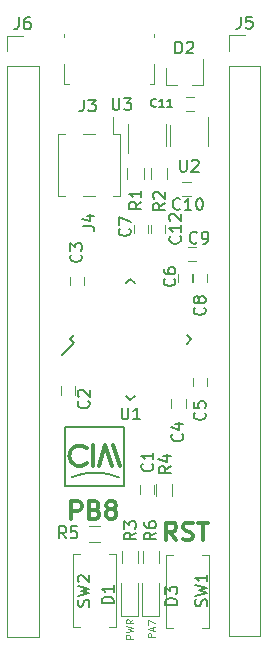
<source format=gto>
%TF.GenerationSoftware,KiCad,Pcbnew,no-vcs-found-d00fc99~60~ubuntu16.04.1*%
%TF.CreationDate,2017-10-03T23:38:07-03:00*%
%TF.ProjectId,efm32-board,65666D33322D626F6172642E6B696361,rev?*%
%TF.SameCoordinates,Original*%
%TF.FileFunction,Legend,Top*%
%TF.FilePolarity,Positive*%
%FSLAX46Y46*%
G04 Gerber Fmt 4.6, Leading zero omitted, Abs format (unit mm)*
G04 Created by KiCad (PCBNEW no-vcs-found-d00fc99~60~ubuntu16.04.1) date Tue Oct  3 23:38:07 2017*
%MOMM*%
%LPD*%
G01*
G04 APERTURE LIST*
%ADD10C,0.150000*%
%ADD11C,0.300000*%
%ADD12C,0.125000*%
%ADD13C,0.120000*%
G04 APERTURE END LIST*
D10*
X121880212Y-107883006D02*
G75*
G02X125908000Y-107905000I1987788J-4791994D01*
G01*
D11*
X125408000Y-105175000D02*
X125948000Y-106965000D01*
X124748000Y-105185000D02*
X125288000Y-106975000D01*
X124748000Y-105185000D02*
X124208000Y-106965000D01*
X123728000Y-105185000D02*
X123728000Y-106965000D01*
X123188000Y-106699010D02*
G75*
G02X123188000Y-105445000I-627005J627005D01*
G01*
D10*
X121310000Y-108630000D02*
X121310000Y-103630000D01*
X126310000Y-108630000D02*
X121310000Y-108630000D01*
X126310000Y-103630000D02*
X126310000Y-108630000D01*
X121310000Y-103630000D02*
X126310000Y-103630000D01*
D12*
X127089428Y-121555000D02*
X126489428Y-121555000D01*
X126489428Y-121326428D01*
X126518000Y-121269285D01*
X126546571Y-121240714D01*
X126603714Y-121212142D01*
X126689428Y-121212142D01*
X126746571Y-121240714D01*
X126775142Y-121269285D01*
X126803714Y-121326428D01*
X126803714Y-121555000D01*
X126489428Y-121012142D02*
X127089428Y-120869285D01*
X126660857Y-120755000D01*
X127089428Y-120640714D01*
X126489428Y-120497857D01*
X127089428Y-119926428D02*
X126803714Y-120126428D01*
X127089428Y-120269285D02*
X126489428Y-120269285D01*
X126489428Y-120040714D01*
X126518000Y-119983571D01*
X126546571Y-119955000D01*
X126603714Y-119926428D01*
X126689428Y-119926428D01*
X126746571Y-119955000D01*
X126775142Y-119983571D01*
X126803714Y-120040714D01*
X126803714Y-120269285D01*
X128929428Y-121455000D02*
X128329428Y-121455000D01*
X128329428Y-121226428D01*
X128358000Y-121169285D01*
X128386571Y-121140714D01*
X128443714Y-121112142D01*
X128529428Y-121112142D01*
X128586571Y-121140714D01*
X128615142Y-121169285D01*
X128643714Y-121226428D01*
X128643714Y-121455000D01*
X128758000Y-120883571D02*
X128758000Y-120597857D01*
X128929428Y-120940714D02*
X128329428Y-120740714D01*
X128929428Y-120540714D01*
X128329428Y-120397857D02*
X128329428Y-119997857D01*
X128929428Y-120255000D01*
D11*
X130736571Y-113223571D02*
X130236571Y-112509285D01*
X129879428Y-113223571D02*
X129879428Y-111723571D01*
X130450857Y-111723571D01*
X130593714Y-111795000D01*
X130665142Y-111866428D01*
X130736571Y-112009285D01*
X130736571Y-112223571D01*
X130665142Y-112366428D01*
X130593714Y-112437857D01*
X130450857Y-112509285D01*
X129879428Y-112509285D01*
X131308000Y-113152142D02*
X131522285Y-113223571D01*
X131879428Y-113223571D01*
X132022285Y-113152142D01*
X132093714Y-113080714D01*
X132165142Y-112937857D01*
X132165142Y-112795000D01*
X132093714Y-112652142D01*
X132022285Y-112580714D01*
X131879428Y-112509285D01*
X131593714Y-112437857D01*
X131450857Y-112366428D01*
X131379428Y-112295000D01*
X131308000Y-112152142D01*
X131308000Y-112009285D01*
X131379428Y-111866428D01*
X131450857Y-111795000D01*
X131593714Y-111723571D01*
X131950857Y-111723571D01*
X132165142Y-111795000D01*
X132593714Y-111723571D02*
X133450857Y-111723571D01*
X133022285Y-113223571D02*
X133022285Y-111723571D01*
X121870857Y-111433571D02*
X121870857Y-109933571D01*
X122442285Y-109933571D01*
X122585142Y-110005000D01*
X122656571Y-110076428D01*
X122728000Y-110219285D01*
X122728000Y-110433571D01*
X122656571Y-110576428D01*
X122585142Y-110647857D01*
X122442285Y-110719285D01*
X121870857Y-110719285D01*
X123870857Y-110647857D02*
X124085142Y-110719285D01*
X124156571Y-110790714D01*
X124228000Y-110933571D01*
X124228000Y-111147857D01*
X124156571Y-111290714D01*
X124085142Y-111362142D01*
X123942285Y-111433571D01*
X123370857Y-111433571D01*
X123370857Y-109933571D01*
X123870857Y-109933571D01*
X124013714Y-110005000D01*
X124085142Y-110076428D01*
X124156571Y-110219285D01*
X124156571Y-110362142D01*
X124085142Y-110505000D01*
X124013714Y-110576428D01*
X123870857Y-110647857D01*
X123370857Y-110647857D01*
X125085142Y-110576428D02*
X124942285Y-110505000D01*
X124870857Y-110433571D01*
X124799428Y-110290714D01*
X124799428Y-110219285D01*
X124870857Y-110076428D01*
X124942285Y-110005000D01*
X125085142Y-109933571D01*
X125370857Y-109933571D01*
X125513714Y-110005000D01*
X125585142Y-110076428D01*
X125656571Y-110219285D01*
X125656571Y-110290714D01*
X125585142Y-110433571D01*
X125513714Y-110505000D01*
X125370857Y-110576428D01*
X125085142Y-110576428D01*
X124942285Y-110647857D01*
X124870857Y-110719285D01*
X124799428Y-110862142D01*
X124799428Y-111147857D01*
X124870857Y-111290714D01*
X124942285Y-111362142D01*
X125085142Y-111433571D01*
X125370857Y-111433571D01*
X125513714Y-111362142D01*
X125585142Y-111290714D01*
X125656571Y-111147857D01*
X125656571Y-110862142D01*
X125585142Y-110719285D01*
X125513714Y-110647857D01*
X125370857Y-110576428D01*
D13*
%TO.C,J4*%
X123868000Y-84065000D02*
X122848000Y-84065000D01*
X123868000Y-78865000D02*
X122848000Y-78865000D01*
X121328000Y-84065000D02*
X120758000Y-84065000D01*
X121328000Y-78865000D02*
X120758000Y-78865000D01*
X125958000Y-84065000D02*
X125388000Y-84065000D01*
X125958000Y-78865000D02*
X125388000Y-78865000D01*
X125388000Y-77425000D02*
X125388000Y-78865000D01*
X120758000Y-78865000D02*
X120758000Y-84065000D01*
X125958000Y-78865000D02*
X125958000Y-84065000D01*
%TO.C,C7*%
X128388000Y-86545000D02*
X128388000Y-87245000D01*
X127188000Y-87245000D02*
X127188000Y-86545000D01*
%TO.C,D2*%
X129858000Y-74675000D02*
X129858000Y-73215000D01*
X133018000Y-74675000D02*
X133018000Y-72515000D01*
X133018000Y-74675000D02*
X132088000Y-74675000D01*
X129858000Y-74675000D02*
X130788000Y-74675000D01*
%TO.C,SW1*%
X133548000Y-120655000D02*
X133548000Y-114455000D01*
X129848000Y-114455000D02*
X129848000Y-120655000D01*
X129848000Y-120655000D02*
X130498000Y-120655000D01*
X132898000Y-120655000D02*
X133548000Y-120655000D01*
X133548000Y-114455000D02*
X132898000Y-114455000D01*
X129848000Y-114455000D02*
X130498000Y-114455000D01*
%TO.C,J5*%
X135208000Y-121365000D02*
X137868000Y-121365000D01*
X135208000Y-73045000D02*
X135208000Y-121365000D01*
X137868000Y-73045000D02*
X137868000Y-121365000D01*
X135208000Y-73045000D02*
X137868000Y-73045000D01*
X135208000Y-71775000D02*
X135208000Y-70445000D01*
X135208000Y-70445000D02*
X136538000Y-70445000D01*
%TO.C,U3*%
X126628000Y-78005000D02*
X126628000Y-80455000D01*
X129848000Y-79805000D02*
X129848000Y-78005000D01*
%TO.C,U2*%
X133408000Y-79825000D02*
X133408000Y-77375000D01*
X130188000Y-78025000D02*
X130188000Y-79825000D01*
%TO.C,C9*%
X132408000Y-89575000D02*
X131708000Y-89575000D01*
X131708000Y-88375000D02*
X132408000Y-88375000D01*
D10*
%TO.C,U1*%
X121731476Y-96215000D02*
X122049674Y-96533198D01*
X126858000Y-91088476D02*
X127229231Y-91459707D01*
X131984524Y-96215000D02*
X131613293Y-95843769D01*
X126858000Y-101341524D02*
X126486769Y-100970293D01*
X121731476Y-96215000D02*
X122102707Y-95843769D01*
X126858000Y-101341524D02*
X127229231Y-100970293D01*
X131984524Y-96215000D02*
X131613293Y-96586231D01*
X126858000Y-91088476D02*
X126486769Y-91459707D01*
X122049674Y-96533198D02*
X121077402Y-97505470D01*
D13*
%TO.C,C10*%
X131248000Y-82865000D02*
X131948000Y-82865000D01*
X131948000Y-84065000D02*
X131248000Y-84065000D01*
%TO.C,C11*%
X132278000Y-76895000D02*
X131578000Y-76895000D01*
X131578000Y-75695000D02*
X132278000Y-75695000D01*
%TO.C,R2*%
X128638000Y-82665000D02*
X128638000Y-81665000D01*
X129998000Y-81665000D02*
X129998000Y-82665000D01*
%TO.C,R1*%
X127968000Y-81675000D02*
X127968000Y-82675000D01*
X126608000Y-82675000D02*
X126608000Y-81675000D01*
%TO.C,C3*%
X121718000Y-91625000D02*
X121718000Y-90925000D01*
X122918000Y-90925000D02*
X122918000Y-91625000D01*
%TO.C,C2*%
X120988000Y-100905000D02*
X120988000Y-100205000D01*
X122188000Y-100205000D02*
X122188000Y-100905000D01*
%TO.C,C4*%
X130328000Y-101985000D02*
X130328000Y-101285000D01*
X131528000Y-101285000D02*
X131528000Y-101985000D01*
%TO.C,C5*%
X132148000Y-100185000D02*
X132148000Y-99485000D01*
X133348000Y-99485000D02*
X133348000Y-100185000D01*
%TO.C,C6*%
X130868000Y-91385000D02*
X130868000Y-90685000D01*
X132068000Y-90685000D02*
X132068000Y-91385000D01*
%TO.C,J3*%
X128878000Y-70325000D02*
X128878000Y-70585000D01*
X128878000Y-72865000D02*
X128878000Y-74635000D01*
X128878000Y-74635000D02*
X128498000Y-74635000D01*
X121258000Y-74635000D02*
X121258000Y-72865000D01*
X121258000Y-70585000D02*
X121258000Y-70325000D01*
X121258000Y-74635000D02*
X121638000Y-74635000D01*
%TO.C,R4*%
X130378000Y-108495000D02*
X130378000Y-109495000D01*
X129018000Y-109495000D02*
X129018000Y-108495000D01*
%TO.C,C1*%
X128898000Y-108575000D02*
X128898000Y-109275000D01*
X127698000Y-109275000D02*
X127698000Y-108575000D01*
%TO.C,C8*%
X132178000Y-91375000D02*
X132178000Y-90675000D01*
X133378000Y-90675000D02*
X133378000Y-91375000D01*
%TO.C,J6*%
X116418000Y-70495000D02*
X117748000Y-70495000D01*
X116418000Y-71825000D02*
X116418000Y-70495000D01*
X116418000Y-73095000D02*
X119078000Y-73095000D01*
X119078000Y-73095000D02*
X119078000Y-121415000D01*
X116418000Y-73095000D02*
X116418000Y-121415000D01*
X116418000Y-121415000D02*
X119078000Y-121415000D01*
%TO.C,D1*%
X126103001Y-119632500D02*
X126103001Y-116832500D01*
X127503001Y-119632500D02*
X127503001Y-116832500D01*
X126103001Y-119632500D02*
X127503001Y-119632500D01*
%TO.C,D3*%
X127873001Y-119632500D02*
X127873001Y-116832500D01*
X129273001Y-119632500D02*
X129273001Y-116832500D01*
X127873001Y-119632500D02*
X129273001Y-119632500D01*
%TO.C,R3*%
X126128000Y-115135000D02*
X126128000Y-114135000D01*
X127488000Y-114135000D02*
X127488000Y-115135000D01*
%TO.C,R5*%
X123318000Y-112025000D02*
X124318000Y-112025000D01*
X124318000Y-113385000D02*
X123318000Y-113385000D01*
%TO.C,R6*%
X127908000Y-115125000D02*
X127908000Y-114125000D01*
X129268000Y-114125000D02*
X129268000Y-115125000D01*
%TO.C,SW2*%
X125668000Y-120605000D02*
X125668000Y-114405000D01*
X121968000Y-114405000D02*
X121968000Y-120605000D01*
X121968000Y-120605000D02*
X122618000Y-120605000D01*
X125018000Y-120605000D02*
X125668000Y-120605000D01*
X125668000Y-114405000D02*
X125018000Y-114405000D01*
X121968000Y-114405000D02*
X122618000Y-114405000D01*
%TO.C,C12*%
X128588000Y-87245000D02*
X128588000Y-86545000D01*
X129788000Y-86545000D02*
X129788000Y-87245000D01*
%TO.C,J4*%
D10*
X122810380Y-86648333D02*
X123524666Y-86648333D01*
X123667523Y-86695952D01*
X123762761Y-86791190D01*
X123810380Y-86934047D01*
X123810380Y-87029285D01*
X123143714Y-85743571D02*
X123810380Y-85743571D01*
X122762761Y-85981666D02*
X123477047Y-86219761D01*
X123477047Y-85600714D01*
%TO.C,C7*%
X126775142Y-86841666D02*
X126822761Y-86889285D01*
X126870380Y-87032142D01*
X126870380Y-87127380D01*
X126822761Y-87270238D01*
X126727523Y-87365476D01*
X126632285Y-87413095D01*
X126441809Y-87460714D01*
X126298952Y-87460714D01*
X126108476Y-87413095D01*
X126013238Y-87365476D01*
X125918000Y-87270238D01*
X125870380Y-87127380D01*
X125870380Y-87032142D01*
X125918000Y-86889285D01*
X125965619Y-86841666D01*
X125870380Y-86508333D02*
X125870380Y-85841666D01*
X126870380Y-86270238D01*
%TO.C,D2*%
X130669904Y-72007380D02*
X130669904Y-71007380D01*
X130908000Y-71007380D01*
X131050857Y-71055000D01*
X131146095Y-71150238D01*
X131193714Y-71245476D01*
X131241333Y-71435952D01*
X131241333Y-71578809D01*
X131193714Y-71769285D01*
X131146095Y-71864523D01*
X131050857Y-71959761D01*
X130908000Y-72007380D01*
X130669904Y-72007380D01*
X131622285Y-71102619D02*
X131669904Y-71055000D01*
X131765142Y-71007380D01*
X132003238Y-71007380D01*
X132098476Y-71055000D01*
X132146095Y-71102619D01*
X132193714Y-71197857D01*
X132193714Y-71293095D01*
X132146095Y-71435952D01*
X131574666Y-72007380D01*
X132193714Y-72007380D01*
%TO.C,SW1*%
X133302761Y-118808333D02*
X133350380Y-118665476D01*
X133350380Y-118427380D01*
X133302761Y-118332142D01*
X133255142Y-118284523D01*
X133159904Y-118236904D01*
X133064666Y-118236904D01*
X132969428Y-118284523D01*
X132921809Y-118332142D01*
X132874190Y-118427380D01*
X132826571Y-118617857D01*
X132778952Y-118713095D01*
X132731333Y-118760714D01*
X132636095Y-118808333D01*
X132540857Y-118808333D01*
X132445619Y-118760714D01*
X132398000Y-118713095D01*
X132350380Y-118617857D01*
X132350380Y-118379761D01*
X132398000Y-118236904D01*
X132350380Y-117903571D02*
X133350380Y-117665476D01*
X132636095Y-117475000D01*
X133350380Y-117284523D01*
X132350380Y-117046428D01*
X133350380Y-116141666D02*
X133350380Y-116713095D01*
X133350380Y-116427380D02*
X132350380Y-116427380D01*
X132493238Y-116522619D01*
X132588476Y-116617857D01*
X132636095Y-116713095D01*
%TO.C,J5*%
X136204666Y-68897380D02*
X136204666Y-69611666D01*
X136157047Y-69754523D01*
X136061809Y-69849761D01*
X135918952Y-69897380D01*
X135823714Y-69897380D01*
X137157047Y-68897380D02*
X136680857Y-68897380D01*
X136633238Y-69373571D01*
X136680857Y-69325952D01*
X136776095Y-69278333D01*
X137014190Y-69278333D01*
X137109428Y-69325952D01*
X137157047Y-69373571D01*
X137204666Y-69468809D01*
X137204666Y-69706904D01*
X137157047Y-69802142D01*
X137109428Y-69849761D01*
X137014190Y-69897380D01*
X136776095Y-69897380D01*
X136680857Y-69849761D01*
X136633238Y-69802142D01*
%TO.C,U3*%
X125356095Y-75797380D02*
X125356095Y-76606904D01*
X125403714Y-76702142D01*
X125451333Y-76749761D01*
X125546571Y-76797380D01*
X125737047Y-76797380D01*
X125832285Y-76749761D01*
X125879904Y-76702142D01*
X125927523Y-76606904D01*
X125927523Y-75797380D01*
X126308476Y-75797380D02*
X126927523Y-75797380D01*
X126594190Y-76178333D01*
X126737047Y-76178333D01*
X126832285Y-76225952D01*
X126879904Y-76273571D01*
X126927523Y-76368809D01*
X126927523Y-76606904D01*
X126879904Y-76702142D01*
X126832285Y-76749761D01*
X126737047Y-76797380D01*
X126451333Y-76797380D01*
X126356095Y-76749761D01*
X126308476Y-76702142D01*
%TO.C,U2*%
X131056095Y-81017380D02*
X131056095Y-81826904D01*
X131103714Y-81922142D01*
X131151333Y-81969761D01*
X131246571Y-82017380D01*
X131437047Y-82017380D01*
X131532285Y-81969761D01*
X131579904Y-81922142D01*
X131627523Y-81826904D01*
X131627523Y-81017380D01*
X132056095Y-81112619D02*
X132103714Y-81065000D01*
X132198952Y-81017380D01*
X132437047Y-81017380D01*
X132532285Y-81065000D01*
X132579904Y-81112619D01*
X132627523Y-81207857D01*
X132627523Y-81303095D01*
X132579904Y-81445952D01*
X132008476Y-82017380D01*
X132627523Y-82017380D01*
%TO.C,C9*%
X132501333Y-88012142D02*
X132453714Y-88059761D01*
X132310857Y-88107380D01*
X132215619Y-88107380D01*
X132072761Y-88059761D01*
X131977523Y-87964523D01*
X131929904Y-87869285D01*
X131882285Y-87678809D01*
X131882285Y-87535952D01*
X131929904Y-87345476D01*
X131977523Y-87250238D01*
X132072761Y-87155000D01*
X132215619Y-87107380D01*
X132310857Y-87107380D01*
X132453714Y-87155000D01*
X132501333Y-87202619D01*
X132977523Y-88107380D02*
X133168000Y-88107380D01*
X133263238Y-88059761D01*
X133310857Y-88012142D01*
X133406095Y-87869285D01*
X133453714Y-87678809D01*
X133453714Y-87297857D01*
X133406095Y-87202619D01*
X133358476Y-87155000D01*
X133263238Y-87107380D01*
X133072761Y-87107380D01*
X132977523Y-87155000D01*
X132929904Y-87202619D01*
X132882285Y-87297857D01*
X132882285Y-87535952D01*
X132929904Y-87631190D01*
X132977523Y-87678809D01*
X133072761Y-87726428D01*
X133263238Y-87726428D01*
X133358476Y-87678809D01*
X133406095Y-87631190D01*
X133453714Y-87535952D01*
%TO.C,U1*%
X126116095Y-101987380D02*
X126116095Y-102796904D01*
X126163714Y-102892142D01*
X126211333Y-102939761D01*
X126306571Y-102987380D01*
X126497047Y-102987380D01*
X126592285Y-102939761D01*
X126639904Y-102892142D01*
X126687523Y-102796904D01*
X126687523Y-101987380D01*
X127687523Y-102987380D02*
X127116095Y-102987380D01*
X127401809Y-102987380D02*
X127401809Y-101987380D01*
X127306571Y-102130238D01*
X127211333Y-102225476D01*
X127116095Y-102273095D01*
%TO.C,C10*%
X131075142Y-85162142D02*
X131027523Y-85209761D01*
X130884666Y-85257380D01*
X130789428Y-85257380D01*
X130646571Y-85209761D01*
X130551333Y-85114523D01*
X130503714Y-85019285D01*
X130456095Y-84828809D01*
X130456095Y-84685952D01*
X130503714Y-84495476D01*
X130551333Y-84400238D01*
X130646571Y-84305000D01*
X130789428Y-84257380D01*
X130884666Y-84257380D01*
X131027523Y-84305000D01*
X131075142Y-84352619D01*
X132027523Y-85257380D02*
X131456095Y-85257380D01*
X131741809Y-85257380D02*
X131741809Y-84257380D01*
X131646571Y-84400238D01*
X131551333Y-84495476D01*
X131456095Y-84543095D01*
X132646571Y-84257380D02*
X132741809Y-84257380D01*
X132837047Y-84305000D01*
X132884666Y-84352619D01*
X132932285Y-84447857D01*
X132979904Y-84638333D01*
X132979904Y-84876428D01*
X132932285Y-85066904D01*
X132884666Y-85162142D01*
X132837047Y-85209761D01*
X132741809Y-85257380D01*
X132646571Y-85257380D01*
X132551333Y-85209761D01*
X132503714Y-85162142D01*
X132456095Y-85066904D01*
X132408476Y-84876428D01*
X132408476Y-84638333D01*
X132456095Y-84447857D01*
X132503714Y-84352619D01*
X132551333Y-84305000D01*
X132646571Y-84257380D01*
%TO.C,C11*%
X129038000Y-76465000D02*
X129004666Y-76498333D01*
X128904666Y-76531666D01*
X128838000Y-76531666D01*
X128738000Y-76498333D01*
X128671333Y-76431666D01*
X128638000Y-76365000D01*
X128604666Y-76231666D01*
X128604666Y-76131666D01*
X128638000Y-75998333D01*
X128671333Y-75931666D01*
X128738000Y-75865000D01*
X128838000Y-75831666D01*
X128904666Y-75831666D01*
X129004666Y-75865000D01*
X129038000Y-75898333D01*
X129704666Y-76531666D02*
X129304666Y-76531666D01*
X129504666Y-76531666D02*
X129504666Y-75831666D01*
X129438000Y-75931666D01*
X129371333Y-75998333D01*
X129304666Y-76031666D01*
X130371333Y-76531666D02*
X129971333Y-76531666D01*
X130171333Y-76531666D02*
X130171333Y-75831666D01*
X130104666Y-75931666D01*
X130038000Y-75998333D01*
X129971333Y-76031666D01*
%TO.C,R2*%
X129780380Y-84681666D02*
X129304190Y-85015000D01*
X129780380Y-85253095D02*
X128780380Y-85253095D01*
X128780380Y-84872142D01*
X128828000Y-84776904D01*
X128875619Y-84729285D01*
X128970857Y-84681666D01*
X129113714Y-84681666D01*
X129208952Y-84729285D01*
X129256571Y-84776904D01*
X129304190Y-84872142D01*
X129304190Y-85253095D01*
X128875619Y-84300714D02*
X128828000Y-84253095D01*
X128780380Y-84157857D01*
X128780380Y-83919761D01*
X128828000Y-83824523D01*
X128875619Y-83776904D01*
X128970857Y-83729285D01*
X129066095Y-83729285D01*
X129208952Y-83776904D01*
X129780380Y-84348333D01*
X129780380Y-83729285D01*
%TO.C,R1*%
X127770380Y-84571666D02*
X127294190Y-84905000D01*
X127770380Y-85143095D02*
X126770380Y-85143095D01*
X126770380Y-84762142D01*
X126818000Y-84666904D01*
X126865619Y-84619285D01*
X126960857Y-84571666D01*
X127103714Y-84571666D01*
X127198952Y-84619285D01*
X127246571Y-84666904D01*
X127294190Y-84762142D01*
X127294190Y-85143095D01*
X127770380Y-83619285D02*
X127770380Y-84190714D01*
X127770380Y-83905000D02*
X126770380Y-83905000D01*
X126913238Y-84000238D01*
X127008476Y-84095476D01*
X127056095Y-84190714D01*
%TO.C,C3*%
X122655142Y-89031666D02*
X122702761Y-89079285D01*
X122750380Y-89222142D01*
X122750380Y-89317380D01*
X122702761Y-89460238D01*
X122607523Y-89555476D01*
X122512285Y-89603095D01*
X122321809Y-89650714D01*
X122178952Y-89650714D01*
X121988476Y-89603095D01*
X121893238Y-89555476D01*
X121798000Y-89460238D01*
X121750380Y-89317380D01*
X121750380Y-89222142D01*
X121798000Y-89079285D01*
X121845619Y-89031666D01*
X121750380Y-88698333D02*
X121750380Y-88079285D01*
X122131333Y-88412619D01*
X122131333Y-88269761D01*
X122178952Y-88174523D01*
X122226571Y-88126904D01*
X122321809Y-88079285D01*
X122559904Y-88079285D01*
X122655142Y-88126904D01*
X122702761Y-88174523D01*
X122750380Y-88269761D01*
X122750380Y-88555476D01*
X122702761Y-88650714D01*
X122655142Y-88698333D01*
%TO.C,C2*%
X123305142Y-101441666D02*
X123352761Y-101489285D01*
X123400380Y-101632142D01*
X123400380Y-101727380D01*
X123352761Y-101870238D01*
X123257523Y-101965476D01*
X123162285Y-102013095D01*
X122971809Y-102060714D01*
X122828952Y-102060714D01*
X122638476Y-102013095D01*
X122543238Y-101965476D01*
X122448000Y-101870238D01*
X122400380Y-101727380D01*
X122400380Y-101632142D01*
X122448000Y-101489285D01*
X122495619Y-101441666D01*
X122495619Y-101060714D02*
X122448000Y-101013095D01*
X122400380Y-100917857D01*
X122400380Y-100679761D01*
X122448000Y-100584523D01*
X122495619Y-100536904D01*
X122590857Y-100489285D01*
X122686095Y-100489285D01*
X122828952Y-100536904D01*
X123400380Y-101108333D01*
X123400380Y-100489285D01*
%TO.C,C4*%
X131235142Y-104231666D02*
X131282761Y-104279285D01*
X131330380Y-104422142D01*
X131330380Y-104517380D01*
X131282761Y-104660238D01*
X131187523Y-104755476D01*
X131092285Y-104803095D01*
X130901809Y-104850714D01*
X130758952Y-104850714D01*
X130568476Y-104803095D01*
X130473238Y-104755476D01*
X130378000Y-104660238D01*
X130330380Y-104517380D01*
X130330380Y-104422142D01*
X130378000Y-104279285D01*
X130425619Y-104231666D01*
X130663714Y-103374523D02*
X131330380Y-103374523D01*
X130282761Y-103612619D02*
X130997047Y-103850714D01*
X130997047Y-103231666D01*
%TO.C,C5*%
X133135142Y-102421666D02*
X133182761Y-102469285D01*
X133230380Y-102612142D01*
X133230380Y-102707380D01*
X133182761Y-102850238D01*
X133087523Y-102945476D01*
X132992285Y-102993095D01*
X132801809Y-103040714D01*
X132658952Y-103040714D01*
X132468476Y-102993095D01*
X132373238Y-102945476D01*
X132278000Y-102850238D01*
X132230380Y-102707380D01*
X132230380Y-102612142D01*
X132278000Y-102469285D01*
X132325619Y-102421666D01*
X132230380Y-101516904D02*
X132230380Y-101993095D01*
X132706571Y-102040714D01*
X132658952Y-101993095D01*
X132611333Y-101897857D01*
X132611333Y-101659761D01*
X132658952Y-101564523D01*
X132706571Y-101516904D01*
X132801809Y-101469285D01*
X133039904Y-101469285D01*
X133135142Y-101516904D01*
X133182761Y-101564523D01*
X133230380Y-101659761D01*
X133230380Y-101897857D01*
X133182761Y-101993095D01*
X133135142Y-102040714D01*
%TO.C,C6*%
X130575142Y-91081666D02*
X130622761Y-91129285D01*
X130670380Y-91272142D01*
X130670380Y-91367380D01*
X130622761Y-91510238D01*
X130527523Y-91605476D01*
X130432285Y-91653095D01*
X130241809Y-91700714D01*
X130098952Y-91700714D01*
X129908476Y-91653095D01*
X129813238Y-91605476D01*
X129718000Y-91510238D01*
X129670380Y-91367380D01*
X129670380Y-91272142D01*
X129718000Y-91129285D01*
X129765619Y-91081666D01*
X129670380Y-90224523D02*
X129670380Y-90415000D01*
X129718000Y-90510238D01*
X129765619Y-90557857D01*
X129908476Y-90653095D01*
X130098952Y-90700714D01*
X130479904Y-90700714D01*
X130575142Y-90653095D01*
X130622761Y-90605476D01*
X130670380Y-90510238D01*
X130670380Y-90319761D01*
X130622761Y-90224523D01*
X130575142Y-90176904D01*
X130479904Y-90129285D01*
X130241809Y-90129285D01*
X130146571Y-90176904D01*
X130098952Y-90224523D01*
X130051333Y-90319761D01*
X130051333Y-90510238D01*
X130098952Y-90605476D01*
X130146571Y-90653095D01*
X130241809Y-90700714D01*
%TO.C,J3*%
X122914666Y-75917380D02*
X122914666Y-76631666D01*
X122867047Y-76774523D01*
X122771809Y-76869761D01*
X122628952Y-76917380D01*
X122533714Y-76917380D01*
X123295619Y-75917380D02*
X123914666Y-75917380D01*
X123581333Y-76298333D01*
X123724190Y-76298333D01*
X123819428Y-76345952D01*
X123867047Y-76393571D01*
X123914666Y-76488809D01*
X123914666Y-76726904D01*
X123867047Y-76822142D01*
X123819428Y-76869761D01*
X123724190Y-76917380D01*
X123438476Y-76917380D01*
X123343238Y-76869761D01*
X123295619Y-76822142D01*
%TO.C,R4*%
X130270380Y-106941666D02*
X129794190Y-107275000D01*
X130270380Y-107513095D02*
X129270380Y-107513095D01*
X129270380Y-107132142D01*
X129318000Y-107036904D01*
X129365619Y-106989285D01*
X129460857Y-106941666D01*
X129603714Y-106941666D01*
X129698952Y-106989285D01*
X129746571Y-107036904D01*
X129794190Y-107132142D01*
X129794190Y-107513095D01*
X129603714Y-106084523D02*
X130270380Y-106084523D01*
X129222761Y-106322619D02*
X129937047Y-106560714D01*
X129937047Y-105941666D01*
%TO.C,C1*%
X128695142Y-106751666D02*
X128742761Y-106799285D01*
X128790380Y-106942142D01*
X128790380Y-107037380D01*
X128742761Y-107180238D01*
X128647523Y-107275476D01*
X128552285Y-107323095D01*
X128361809Y-107370714D01*
X128218952Y-107370714D01*
X128028476Y-107323095D01*
X127933238Y-107275476D01*
X127838000Y-107180238D01*
X127790380Y-107037380D01*
X127790380Y-106942142D01*
X127838000Y-106799285D01*
X127885619Y-106751666D01*
X128790380Y-105799285D02*
X128790380Y-106370714D01*
X128790380Y-106085000D02*
X127790380Y-106085000D01*
X127933238Y-106180238D01*
X128028476Y-106275476D01*
X128076095Y-106370714D01*
%TO.C,C8*%
X133125142Y-93531666D02*
X133172761Y-93579285D01*
X133220380Y-93722142D01*
X133220380Y-93817380D01*
X133172761Y-93960238D01*
X133077523Y-94055476D01*
X132982285Y-94103095D01*
X132791809Y-94150714D01*
X132648952Y-94150714D01*
X132458476Y-94103095D01*
X132363238Y-94055476D01*
X132268000Y-93960238D01*
X132220380Y-93817380D01*
X132220380Y-93722142D01*
X132268000Y-93579285D01*
X132315619Y-93531666D01*
X132648952Y-92960238D02*
X132601333Y-93055476D01*
X132553714Y-93103095D01*
X132458476Y-93150714D01*
X132410857Y-93150714D01*
X132315619Y-93103095D01*
X132268000Y-93055476D01*
X132220380Y-92960238D01*
X132220380Y-92769761D01*
X132268000Y-92674523D01*
X132315619Y-92626904D01*
X132410857Y-92579285D01*
X132458476Y-92579285D01*
X132553714Y-92626904D01*
X132601333Y-92674523D01*
X132648952Y-92769761D01*
X132648952Y-92960238D01*
X132696571Y-93055476D01*
X132744190Y-93103095D01*
X132839428Y-93150714D01*
X133029904Y-93150714D01*
X133125142Y-93103095D01*
X133172761Y-93055476D01*
X133220380Y-92960238D01*
X133220380Y-92769761D01*
X133172761Y-92674523D01*
X133125142Y-92626904D01*
X133029904Y-92579285D01*
X132839428Y-92579285D01*
X132744190Y-92626904D01*
X132696571Y-92674523D01*
X132648952Y-92769761D01*
%TO.C,J6*%
X117414666Y-68947380D02*
X117414666Y-69661666D01*
X117367047Y-69804523D01*
X117271809Y-69899761D01*
X117128952Y-69947380D01*
X117033714Y-69947380D01*
X118319428Y-68947380D02*
X118128952Y-68947380D01*
X118033714Y-68995000D01*
X117986095Y-69042619D01*
X117890857Y-69185476D01*
X117843238Y-69375952D01*
X117843238Y-69756904D01*
X117890857Y-69852142D01*
X117938476Y-69899761D01*
X118033714Y-69947380D01*
X118224190Y-69947380D01*
X118319428Y-69899761D01*
X118367047Y-69852142D01*
X118414666Y-69756904D01*
X118414666Y-69518809D01*
X118367047Y-69423571D01*
X118319428Y-69375952D01*
X118224190Y-69328333D01*
X118033714Y-69328333D01*
X117938476Y-69375952D01*
X117890857Y-69423571D01*
X117843238Y-69518809D01*
%TO.C,D1*%
X125430380Y-118573095D02*
X124430380Y-118573095D01*
X124430380Y-118335000D01*
X124478000Y-118192142D01*
X124573238Y-118096904D01*
X124668476Y-118049285D01*
X124858952Y-118001666D01*
X125001809Y-118001666D01*
X125192285Y-118049285D01*
X125287523Y-118096904D01*
X125382761Y-118192142D01*
X125430380Y-118335000D01*
X125430380Y-118573095D01*
X125430380Y-117049285D02*
X125430380Y-117620714D01*
X125430380Y-117335000D02*
X124430380Y-117335000D01*
X124573238Y-117430238D01*
X124668476Y-117525476D01*
X124716095Y-117620714D01*
%TO.C,D3*%
X130810380Y-118683095D02*
X129810380Y-118683095D01*
X129810380Y-118445000D01*
X129858000Y-118302142D01*
X129953238Y-118206904D01*
X130048476Y-118159285D01*
X130238952Y-118111666D01*
X130381809Y-118111666D01*
X130572285Y-118159285D01*
X130667523Y-118206904D01*
X130762761Y-118302142D01*
X130810380Y-118445000D01*
X130810380Y-118683095D01*
X129810380Y-117778333D02*
X129810380Y-117159285D01*
X130191333Y-117492619D01*
X130191333Y-117349761D01*
X130238952Y-117254523D01*
X130286571Y-117206904D01*
X130381809Y-117159285D01*
X130619904Y-117159285D01*
X130715142Y-117206904D01*
X130762761Y-117254523D01*
X130810380Y-117349761D01*
X130810380Y-117635476D01*
X130762761Y-117730714D01*
X130715142Y-117778333D01*
%TO.C,R3*%
X127330380Y-112571666D02*
X126854190Y-112905000D01*
X127330380Y-113143095D02*
X126330380Y-113143095D01*
X126330380Y-112762142D01*
X126378000Y-112666904D01*
X126425619Y-112619285D01*
X126520857Y-112571666D01*
X126663714Y-112571666D01*
X126758952Y-112619285D01*
X126806571Y-112666904D01*
X126854190Y-112762142D01*
X126854190Y-113143095D01*
X126330380Y-112238333D02*
X126330380Y-111619285D01*
X126711333Y-111952619D01*
X126711333Y-111809761D01*
X126758952Y-111714523D01*
X126806571Y-111666904D01*
X126901809Y-111619285D01*
X127139904Y-111619285D01*
X127235142Y-111666904D01*
X127282761Y-111714523D01*
X127330380Y-111809761D01*
X127330380Y-112095476D01*
X127282761Y-112190714D01*
X127235142Y-112238333D01*
%TO.C,R5*%
X121421333Y-113057380D02*
X121088000Y-112581190D01*
X120849904Y-113057380D02*
X120849904Y-112057380D01*
X121230857Y-112057380D01*
X121326095Y-112105000D01*
X121373714Y-112152619D01*
X121421333Y-112247857D01*
X121421333Y-112390714D01*
X121373714Y-112485952D01*
X121326095Y-112533571D01*
X121230857Y-112581190D01*
X120849904Y-112581190D01*
X122326095Y-112057380D02*
X121849904Y-112057380D01*
X121802285Y-112533571D01*
X121849904Y-112485952D01*
X121945142Y-112438333D01*
X122183238Y-112438333D01*
X122278476Y-112485952D01*
X122326095Y-112533571D01*
X122373714Y-112628809D01*
X122373714Y-112866904D01*
X122326095Y-112962142D01*
X122278476Y-113009761D01*
X122183238Y-113057380D01*
X121945142Y-113057380D01*
X121849904Y-113009761D01*
X121802285Y-112962142D01*
%TO.C,R6*%
X129030380Y-112571666D02*
X128554190Y-112905000D01*
X129030380Y-113143095D02*
X128030380Y-113143095D01*
X128030380Y-112762142D01*
X128078000Y-112666904D01*
X128125619Y-112619285D01*
X128220857Y-112571666D01*
X128363714Y-112571666D01*
X128458952Y-112619285D01*
X128506571Y-112666904D01*
X128554190Y-112762142D01*
X128554190Y-113143095D01*
X128030380Y-111714523D02*
X128030380Y-111905000D01*
X128078000Y-112000238D01*
X128125619Y-112047857D01*
X128268476Y-112143095D01*
X128458952Y-112190714D01*
X128839904Y-112190714D01*
X128935142Y-112143095D01*
X128982761Y-112095476D01*
X129030380Y-112000238D01*
X129030380Y-111809761D01*
X128982761Y-111714523D01*
X128935142Y-111666904D01*
X128839904Y-111619285D01*
X128601809Y-111619285D01*
X128506571Y-111666904D01*
X128458952Y-111714523D01*
X128411333Y-111809761D01*
X128411333Y-112000238D01*
X128458952Y-112095476D01*
X128506571Y-112143095D01*
X128601809Y-112190714D01*
%TO.C,SW2*%
X123342761Y-118838333D02*
X123390380Y-118695476D01*
X123390380Y-118457380D01*
X123342761Y-118362142D01*
X123295142Y-118314523D01*
X123199904Y-118266904D01*
X123104666Y-118266904D01*
X123009428Y-118314523D01*
X122961809Y-118362142D01*
X122914190Y-118457380D01*
X122866571Y-118647857D01*
X122818952Y-118743095D01*
X122771333Y-118790714D01*
X122676095Y-118838333D01*
X122580857Y-118838333D01*
X122485619Y-118790714D01*
X122438000Y-118743095D01*
X122390380Y-118647857D01*
X122390380Y-118409761D01*
X122438000Y-118266904D01*
X122390380Y-117933571D02*
X123390380Y-117695476D01*
X122676095Y-117505000D01*
X123390380Y-117314523D01*
X122390380Y-117076428D01*
X122485619Y-116743095D02*
X122438000Y-116695476D01*
X122390380Y-116600238D01*
X122390380Y-116362142D01*
X122438000Y-116266904D01*
X122485619Y-116219285D01*
X122580857Y-116171666D01*
X122676095Y-116171666D01*
X122818952Y-116219285D01*
X123390380Y-116790714D01*
X123390380Y-116171666D01*
%TO.C,C12*%
X131055142Y-87487857D02*
X131102761Y-87535476D01*
X131150380Y-87678333D01*
X131150380Y-87773571D01*
X131102761Y-87916428D01*
X131007523Y-88011666D01*
X130912285Y-88059285D01*
X130721809Y-88106904D01*
X130578952Y-88106904D01*
X130388476Y-88059285D01*
X130293238Y-88011666D01*
X130198000Y-87916428D01*
X130150380Y-87773571D01*
X130150380Y-87678333D01*
X130198000Y-87535476D01*
X130245619Y-87487857D01*
X131150380Y-86535476D02*
X131150380Y-87106904D01*
X131150380Y-86821190D02*
X130150380Y-86821190D01*
X130293238Y-86916428D01*
X130388476Y-87011666D01*
X130436095Y-87106904D01*
X130245619Y-86154523D02*
X130198000Y-86106904D01*
X130150380Y-86011666D01*
X130150380Y-85773571D01*
X130198000Y-85678333D01*
X130245619Y-85630714D01*
X130340857Y-85583095D01*
X130436095Y-85583095D01*
X130578952Y-85630714D01*
X131150380Y-86202142D01*
X131150380Y-85583095D01*
%TD*%
M02*

</source>
